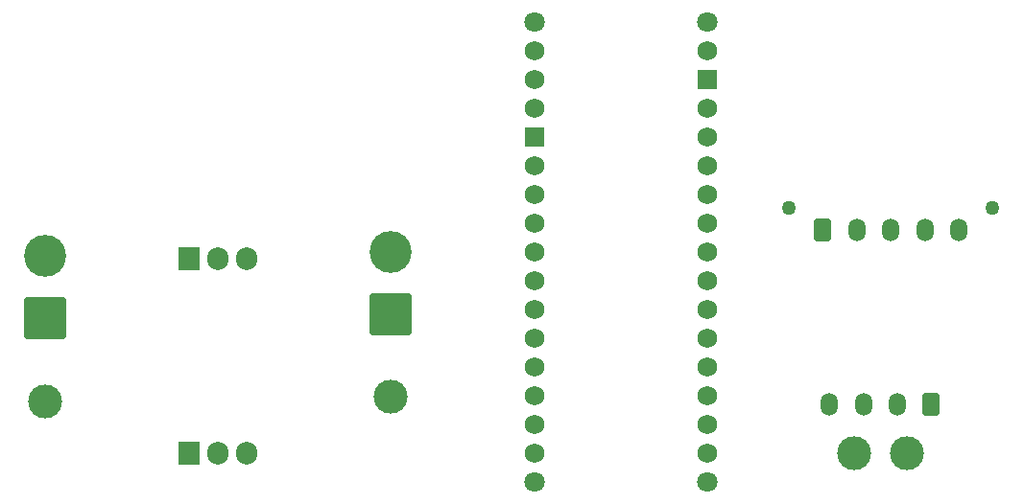
<source format=gbr>
%TF.GenerationSoftware,KiCad,Pcbnew,7.0.10*%
%TF.CreationDate,2024-02-15T22:29:50-05:00*%
%TF.ProjectId,heaterboard-2,68656174-6572-4626-9f61-72642d322e6b,2*%
%TF.SameCoordinates,Original*%
%TF.FileFunction,Soldermask,Bot*%
%TF.FilePolarity,Negative*%
%FSLAX46Y46*%
G04 Gerber Fmt 4.6, Leading zero omitted, Abs format (unit mm)*
G04 Created by KiCad (PCBNEW 7.0.10) date 2024-02-15 22:29:50*
%MOMM*%
%LPD*%
G01*
G04 APERTURE LIST*
G04 Aperture macros list*
%AMRoundRect*
0 Rectangle with rounded corners*
0 $1 Rounding radius*
0 $2 $3 $4 $5 $6 $7 $8 $9 X,Y pos of 4 corners*
0 Add a 4 corners polygon primitive as box body*
4,1,4,$2,$3,$4,$5,$6,$7,$8,$9,$2,$3,0*
0 Add four circle primitives for the rounded corners*
1,1,$1+$1,$2,$3*
1,1,$1+$1,$4,$5*
1,1,$1+$1,$6,$7*
1,1,$1+$1,$8,$9*
0 Add four rect primitives between the rounded corners*
20,1,$1+$1,$2,$3,$4,$5,0*
20,1,$1+$1,$4,$5,$6,$7,0*
20,1,$1+$1,$6,$7,$8,$9,0*
20,1,$1+$1,$8,$9,$2,$3,0*%
G04 Aperture macros list end*
%ADD10R,1.905000X2.000000*%
%ADD11O,1.905000X2.000000*%
%ADD12C,3.000000*%
%ADD13RoundRect,0.250002X1.599998X1.599998X-1.599998X1.599998X-1.599998X-1.599998X1.599998X-1.599998X0*%
%ADD14C,3.700000*%
%ADD15C,1.800000*%
%ADD16C,1.727200*%
%ADD17R,1.727200X1.727200*%
%ADD18C,1.270000*%
%ADD19RoundRect,0.250001X-0.499999X-0.759999X0.499999X-0.759999X0.499999X0.759999X-0.499999X0.759999X0*%
%ADD20O,1.500000X2.020000*%
%ADD21RoundRect,0.250001X0.499999X0.759999X-0.499999X0.759999X-0.499999X-0.759999X0.499999X-0.759999X0*%
G04 APERTURE END LIST*
D10*
%TO.C,Q1*%
X99060000Y-99060000D03*
D11*
X101600000Y-99060000D03*
X104140000Y-99060000D03*
%TD*%
D12*
%TO.C,J1*%
X86360000Y-94465000D03*
D13*
X86360000Y-87165000D03*
D14*
X86360000Y-81665000D03*
%TD*%
D10*
%TO.C,U1*%
X99060000Y-81845000D03*
D11*
X101600000Y-81845000D03*
X104140000Y-81845000D03*
%TD*%
D15*
%TO.C,A1*%
X129540000Y-60960000D03*
X129540000Y-101600000D03*
X144780000Y-60960000D03*
X144780000Y-101600000D03*
D16*
X144780000Y-96520000D03*
X144780000Y-71120000D03*
X144780000Y-91440000D03*
X144780000Y-88900000D03*
X144780000Y-86360000D03*
X144780000Y-83820000D03*
X144780000Y-81280000D03*
X144780000Y-78740000D03*
X144780000Y-76200000D03*
X144780000Y-73660000D03*
X144780000Y-93980000D03*
X129540000Y-66040000D03*
X129540000Y-63500000D03*
X129540000Y-73660000D03*
X129540000Y-76200000D03*
X129540000Y-78740000D03*
X129540000Y-81280000D03*
X129540000Y-83820000D03*
X129540000Y-86360000D03*
X129540000Y-88900000D03*
X129540000Y-91440000D03*
X129540000Y-93980000D03*
X129540000Y-96520000D03*
X129540000Y-99060000D03*
X144780000Y-99060000D03*
D17*
X129540000Y-71120000D03*
X144780000Y-66040000D03*
D16*
X129540000Y-68580000D03*
X144780000Y-68580000D03*
X144780000Y-63500000D03*
%TD*%
D18*
%TO.C,J4*%
X151940000Y-77415000D03*
X169940000Y-77415000D03*
D19*
X154940000Y-79375000D03*
D20*
X157940000Y-79375000D03*
X160940000Y-79375000D03*
X163940000Y-79375000D03*
X166940000Y-79375000D03*
%TD*%
D12*
%TO.C,J2*%
X116840000Y-94080000D03*
D13*
X116840000Y-86780000D03*
D14*
X116840000Y-81280000D03*
%TD*%
D12*
%TO.C,J3*%
X162370000Y-99060000D03*
X157670000Y-99060000D03*
D21*
X164520000Y-94740000D03*
D20*
X161520000Y-94740000D03*
X158520000Y-94740000D03*
X155520000Y-94740000D03*
%TD*%
M02*

</source>
